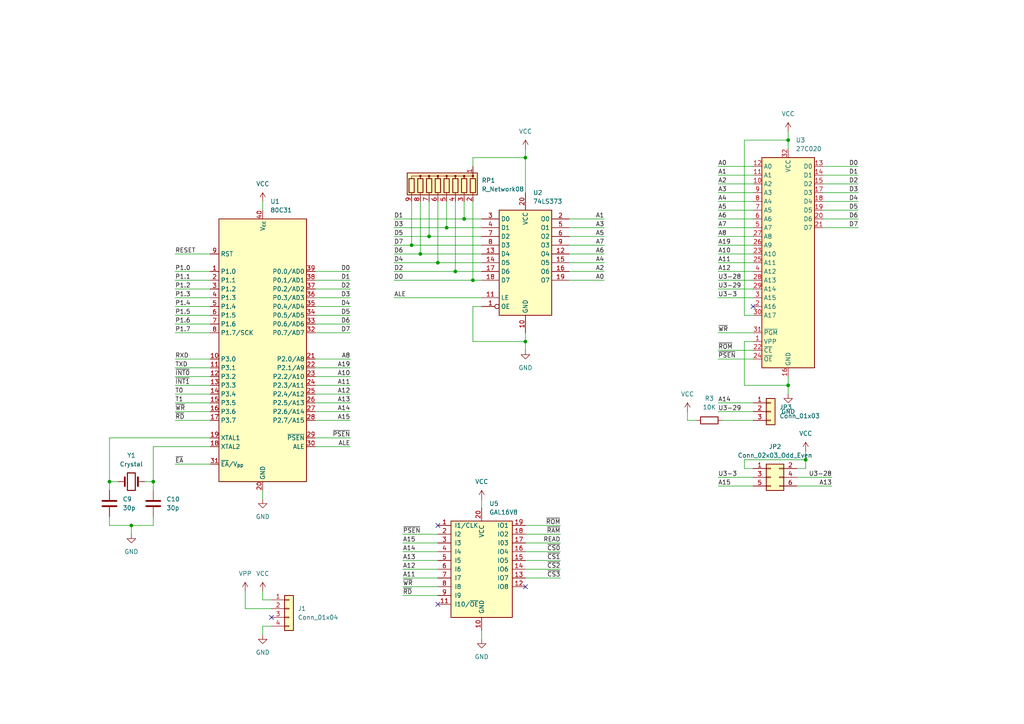
<source format=kicad_sch>
(kicad_sch (version 20231120) (generator "eeschema") (generator_version "8.0")
  (paper "A4")
  (junction (at 408.94 218.44))
  (junction (at 119.38 71.12))
  (junction (at 124.46 68.58))
  (junction (at 361.95 45.72))
  (junction (at 137.16 81.28))
  (junction (at 134.62 63.5))
  (junction (at 408.94 193.04))
  (junction (at -39.37 158.75))
  (junction (at 398.78 179.07))
  (junction (at 38.1 152.4))
  (junction (at 228.6 111.76))
  (junction (at 152.4 99.06))
  (junction (at 31.75 139.7))
  (junction (at 152.4 -31.75))
  (junction (at 101.6 -19.05))
  (junction (at 152.4 -19.05))
  (junction (at -39.37 147.32))
  (junction (at -57.15 119.38))
  (junction (at 233.68 133.35))
  (junction (at 121.92 73.66))
  (junction (at 114.3 -19.05))
  (junction (at 363.22 224.79))
  (junction (at 88.9 -31.75))
  (junction (at 44.45 139.7))
  (junction (at 361.95 116.84))
  (junction (at 132.08 78.74))
  (junction (at 127 76.2))
  (junction (at 139.7 -31.75))
  (junction (at 101.6 -31.75))
  (junction (at 88.9 -19.05))
  (junction (at 114.3 -31.75))
  (junction (at 152.4 45.72))
  (junction (at 129.54 66.04))
  (junction (at 406.4 218.44))
  (junction (at 363.22 158.75))
  (junction (at 228.6 40.64))
  (junction (at 127 -31.75))
  (junction (at 139.7 -19.05))
  (junction (at 398.78 168.91))
  (junction (at 127 -19.05))
  (no_connect (at 342.9 199.39))
  (no_connect (at 411.48 208.28))
  (no_connect (at 326.39 130.81))
  (no_connect (at 152.4 170.18))
  (no_connect (at 383.54 209.55))
  (no_connect (at 127 152.4))
  (no_connect (at 78.74 179.07))
  (no_connect (at 326.39 135.89))
  (no_connect (at 367.03 130.81))
  (no_connect (at 218.44 88.9))
  (no_connect (at 127 175.26))
  (no_connect (at 351.79 93.98))
  (no_connect (at 342.9 209.55))
  (no_connect (at 367.03 135.89))
  (no_connect (at 383.54 199.39))
  (wire (pts (xy 363.22 161.29) (xy 363.22 158.75)))
  (wire (pts (xy 208.28 119.38) (xy 218.44 119.38)))
  (wire (pts (xy 50.8 109.22) (xy 60.96 109.22)))
  (wire (pts (xy 218.44 73.66) (xy 208.28 73.66)))
  (wire (pts (xy 31.75 139.7) (xy 31.75 142.24)))
  (wire (pts (xy 91.44 129.54) (xy 101.6 129.54)))
  (wire (pts (xy 132.08 78.74) (xy 139.7 78.74)))
  (wire (pts (xy 361.95 114.3) (xy 361.95 116.84)))
  (wire (pts (xy -55.88 186.69) (xy -44.45 186.69)))
  (wire (pts (xy 165.1 78.74) (xy 175.26 78.74)))
  (wire (pts (xy 238.76 53.34) (xy 248.92 53.34)))
  (wire (pts (xy 114.3 78.74) (xy 132.08 78.74)))
  (wire (pts (xy 91.44 88.9) (xy 101.6 88.9)))
  (wire (pts (xy 218.44 50.8) (xy 208.28 50.8)))
  (wire (pts (xy 152.4 165.1) (xy 162.56 165.1)))
  (wire (pts (xy -64.77 66.04) (xy -54.61 66.04)))
  (wire (pts (xy 335.28 101.6) (xy 330.2 101.6)))
  (wire (pts (xy 351.79 66.04) (xy 341.63 66.04)))
  (wire (pts (xy 119.38 58.42) (xy 119.38 71.12)))
  (wire (pts (xy -52.07 158.75) (xy -39.37 158.75)))
  (wire (pts (xy 91.44 116.84) (xy 101.6 116.84)))
  (wire (pts (xy 238.76 63.5) (xy 248.92 63.5)))
  (wire (pts (xy 372.11 68.58) (xy 382.27 68.58)))
  (wire (pts (xy 363.22 156.21) (xy 363.22 158.75)))
  (wire (pts (xy 215.9 133.35) (xy 233.68 133.35)))
  (wire (pts (xy 411.48 190.5) (xy 408.94 190.5)))
  (wire (pts (xy 165.1 -19.05) (xy 152.4 -19.05)))
  (wire (pts (xy 313.69 130.81) (xy 303.53 130.81)))
  (wire (pts (xy -41.91 60.96) (xy -31.75 60.96)))
  (wire (pts (xy 208.28 86.36) (xy 218.44 86.36)))
  (wire (pts (xy 152.4 99.06) (xy 152.4 96.52)))
  (wire (pts (xy 330.2 104.14) (xy 351.79 104.14)))
  (wire (pts (xy 208.28 138.43) (xy 218.44 138.43)))
  (wire (pts (xy 139.7 -19.05) (xy 127 -19.05)))
  (wire (pts (xy 344.17 133.35) (xy 354.33 133.35)))
  (wire (pts (xy 218.44 140.97) (xy 208.28 140.97)))
  (wire (pts (xy 132.08 58.42) (xy 132.08 78.74)))
  (wire (pts (xy 372.11 58.42) (xy 382.27 58.42)))
  (wire (pts (xy 50.8 106.68) (xy 60.96 106.68)))
  (wire (pts (xy 139.7 182.88) (xy 139.7 185.42)))
  (wire (pts (xy 127 167.64) (xy 116.84 167.64)))
  (wire (pts (xy 215.9 91.44) (xy 215.9 40.64)))
  (wire (pts (xy 50.8 83.82) (xy 60.96 83.82)))
  (wire (pts (xy 341.63 86.36) (xy 351.79 86.36)))
  (wire (pts (xy 328.93 125.73) (xy 328.93 133.35)))
  (wire (pts (xy 38.1 152.4) (xy 44.45 152.4)))
  (wire (pts (xy -41.91 68.58) (xy -31.75 68.58)))
  (wire (pts (xy -39.37 147.32) (xy -39.37 148.59)))
  (wire (pts (xy 361.95 43.18) (xy 361.95 45.72)))
  (wire (pts (xy 398.78 168.91) (xy 398.78 170.18)))
  (wire (pts (xy 71.12 171.45) (xy 71.12 176.53)))
  (wire (pts (xy 50.8 104.14) (xy 60.96 104.14)))
  (wire (pts (xy 410.21 198.12) (xy 411.48 198.12)))
  (wire (pts (xy 341.63 106.68) (xy 351.79 106.68)))
  (wire (pts (xy 406.4 224.79) (xy 363.22 224.79)))
  (wire (pts (xy -64.77 86.36) (xy -54.61 86.36)))
  (wire (pts (xy 208.28 96.52) (xy 218.44 96.52)))
  (wire (pts (xy 91.44 106.68) (xy 101.6 106.68)))
  (wire (pts (xy 50.8 119.38) (xy 60.96 119.38)))
  (wire (pts (xy 408.94 210.82) (xy 411.48 210.82)))
  (wire (pts (xy 129.54 58.42) (xy 129.54 66.04)))
  (wire (pts (xy 332.74 106.68) (xy 330.2 106.68)))
  (wire (pts (xy 162.56 152.4) (xy 152.4 152.4)))
  (wire (pts (xy 114.3 -19.05) (xy 101.6 -19.05)))
  (wire (pts (xy 114.3 66.04) (xy 129.54 66.04)))
  (wire (pts (xy 406.4 218.44) (xy 408.94 218.44)))
  (wire (pts (xy 314.96 78.74) (xy 312.42 78.74)))
  (wire (pts (xy 363.22 224.79) (xy 363.22 222.25)))
  (wire (pts (xy 218.44 63.5) (xy 208.28 63.5)))
  (wire (pts (xy 76.2 181.61) (xy 78.74 181.61)))
  (wire (pts (xy 152.4 45.72) (xy 152.4 55.88)))
  (wire (pts (xy -64.77 68.58) (xy -54.61 68.58)))
  (wire (pts (xy 218.44 68.58) (xy 208.28 68.58)))
  (wire (pts (xy 50.8 88.9) (xy 60.96 88.9)))
  (wire (pts (xy 76.2 171.45) (xy 76.2 173.99)))
  (wire (pts (xy 139.7 -21.59) (xy 139.7 -19.05)))
  (wire (pts (xy 372.11 66.04) (xy 382.27 66.04)))
  (wire (pts (xy -54.61 111.76) (xy -64.77 111.76)))
  (wire (pts (xy 410.21 203.2) (xy 410.21 198.12)))
  (wire (pts (xy 351.79 81.28) (xy 341.63 81.28)))
  (wire (pts (xy 349.25 45.72) (xy 361.95 45.72)))
  (wire (pts (xy -41.91 109.22) (xy -31.75 109.22)))
  (wire (pts (xy 215.9 111.76) (xy 228.6 111.76)))
  (wire (pts (xy 162.56 157.48) (xy 152.4 157.48)))
  (wire (pts (xy 121.92 58.42) (xy 121.92 73.66)))
  (wire (pts (xy -54.61 106.68) (xy -64.77 106.68)))
  (wire (pts (xy 165.1 -31.75) (xy 165.1 -29.21)))
  (wire (pts (xy 349.25 96.52) (xy 349.25 45.72)))
  (wire (pts (xy 228.6 38.1) (xy 228.6 40.64)))
  (wire (pts (xy 31.75 139.7) (xy 34.29 139.7)))
  (wire (pts (xy 91.44 83.82) (xy 101.6 83.82)))
  (wire (pts (xy 238.76 66.04) (xy 248.92 66.04)))
  (wire (pts (xy -41.91 93.98) (xy -31.75 93.98)))
  (wire (pts (xy 50.8 134.62) (xy 60.96 134.62)))
  (wire (pts (xy 218.44 135.89) (xy 215.9 135.89)))
  (wire (pts (xy 303.53 133.35) (xy 313.69 133.35)))
  (wire (pts (xy 114.3 68.58) (xy 124.46 68.58)))
  (wire (pts (xy 351.79 71.12) (xy 341.63 71.12)))
  (wire (pts (xy -54.61 104.14) (xy -64.77 104.14)))
  (wire (pts (xy 419.1 218.44) (xy 419.1 215.9)))
  (wire (pts (xy 50.8 78.74) (xy 60.96 78.74)))
  (wire (pts (xy 231.14 140.97) (xy 241.3 140.97)))
  (wire (pts (xy 124.46 68.58) (xy 139.7 68.58)))
  (wire (pts (xy 341.63 91.44) (xy 351.79 91.44)))
  (wire (pts (xy 165.1 66.04) (xy 175.26 66.04)))
  (wire (pts (xy 341.63 109.22) (xy 351.79 109.22)))
  (wire (pts (xy 208.28 81.28) (xy 218.44 81.28)))
  (wire (pts (xy 332.74 99.06) (xy 332.74 106.68)))
  (wire (pts (xy 351.79 63.5) (xy 341.63 63.5)))
  (wire (pts (xy 137.16 88.9) (xy 137.16 99.06)))
  (wire (pts (xy 408.94 210.82) (xy 408.94 218.44)))
  (wire (pts (xy 165.1 -21.59) (xy 165.1 -19.05)))
  (wire (pts (xy 361.95 116.84) (xy 335.28 116.84)))
  (wire (pts (xy -52.07 147.32) (xy -52.07 148.59)))
  (wire (pts (xy 233.68 133.35) (xy 233.68 135.89)))
  (wire (pts (xy 218.44 78.74) (xy 208.28 78.74)))
  (wire (pts (xy -41.91 114.3) (xy -31.75 114.3)))
  (wire (pts (xy 101.6 -21.59) (xy 101.6 -19.05)))
  (wire (pts (xy 238.76 50.8) (xy 248.92 50.8)))
  (wire (pts (xy 137.16 48.26) (xy 137.16 45.72)))
  (wire (pts (xy 408.94 193.04) (xy 408.94 205.74)))
  (wire (pts (xy 44.45 152.4) (xy 44.45 149.86)))
  (wire (pts (xy 114.3 81.28) (xy 137.16 81.28)))
  (wire (pts (xy -41.91 119.38) (xy -31.75 119.38)))
  (wire (pts (xy -57.15 119.38) (xy -54.61 119.38)))
  (wire (pts (xy 38.1 154.94) (xy 38.1 152.4)))
  (wire (pts (xy 215.9 40.64) (xy 228.6 40.64)))
  (wire (pts (xy 50.8 91.44) (xy 60.96 91.44)))
  (wire (pts (xy 218.44 116.84) (xy 208.28 116.84)))
  (wire (pts (xy 408.94 190.5) (xy 408.94 193.04)))
  (wire (pts (xy 121.92 73.66) (xy 139.7 73.66)))
  (wire (pts (xy -57.15 121.92) (xy -57.15 119.38)))
  (wire (pts (xy 233.68 130.81) (xy 233.68 133.35)))
  (wire (pts (xy 215.9 99.06) (xy 215.9 111.76)))
  (wire (pts (xy 44.45 139.7) (xy 44.45 142.24)))
  (wire (pts (xy -41.91 106.68) (xy -31.75 106.68)))
  (wire (pts (xy 351.79 73.66) (xy 341.63 73.66)))
  (wire (pts (xy -41.91 66.04) (xy -31.75 66.04)))
  (wire (pts (xy -41.91 88.9) (xy -31.75 88.9)))
  (wire (pts (xy 351.79 58.42) (xy 341.63 58.42)))
  (wire (pts (xy 38.1 152.4) (xy 31.75 152.4)))
  (wire (pts (xy 372.11 55.88) (xy 382.27 55.88)))
  (wire (pts (xy 139.7 -31.75) (xy 152.4 -31.75)))
  (wire (pts (xy 91.44 121.92) (xy 101.6 121.92)))
  (wire (pts (xy 313.69 135.89) (xy 303.53 135.89)))
  (wire (pts (xy 101.6 -31.75) (xy 114.3 -31.75)))
  (wire (pts (xy 340.36 134.62) (xy 340.36 135.89)))
  (wire (pts (xy 332.74 194.31) (xy 342.9 194.31)))
  (wire (pts (xy 340.36 135.89) (xy 354.33 135.89)))
  (wire (pts (xy 134.62 58.42) (xy 134.62 63.5)))
  (wire (pts (xy 340.36 125.73) (xy 340.36 127)))
  (wire (pts (xy -67.31 114.3) (xy -54.61 114.3)))
  (wire (pts (xy -41.91 71.12) (xy -31.75 71.12)))
  (wire (pts (xy 372.11 53.34) (xy 382.27 53.34)))
  (wire (pts (xy -64.77 93.98) (xy -54.61 93.98)))
  (wire (pts (xy 218.44 66.04) (xy 208.28 66.04)))
  (wire (pts (xy 60.96 129.54) (xy 44.45 129.54)))
  (wire (pts (xy -64.77 81.28) (xy -54.61 81.28)))
  (wire (pts (xy 238.76 55.88) (xy 248.92 55.88)))
  (wire (pts (xy 337.82 168.91) (xy 342.9 168.91)))
  (wire (pts (xy -64.77 63.5) (xy -54.61 63.5)))
  (wire (pts (xy 114.3 -31.75) (xy 127 -31.75)))
  (wire (pts (xy 91.44 127) (xy 101.6 127)))
  (wire (pts (xy 322.58 76.2) (xy 312.42 76.2)))
  (wire (pts (xy -64.77 96.52) (xy -54.61 96.52)))
  (wire (pts (xy 152.4 160.02) (xy 162.56 160.02)))
  (wire (pts (xy 361.95 45.72) (xy 361.95 48.26)))
  (wire (pts (xy 165.1 73.66) (xy 175.26 73.66)))
  (wire (pts (xy -34.29 58.42) (xy -41.91 58.42)))
  (wire (pts (xy 31.75 152.4) (xy 31.75 149.86)))
  (wire (pts (xy 76.2 173.99) (xy 78.74 173.99)))
  (wire (pts (xy 50.8 114.3) (xy 60.96 114.3)))
  (wire (pts (xy 241.3 138.43) (xy 231.14 138.43)))
  (wire (pts (xy 50.8 111.76) (xy 60.96 111.76)))
  (wire (pts (xy -41.91 63.5) (xy -31.75 63.5)))
  (wire (pts (xy -64.77 88.9) (xy -54.61 88.9)))
  (wire (pts (xy 114.3 71.12) (xy 119.38 71.12)))
  (wire (pts (xy -29.21 158.75) (xy -39.37 158.75)))
  (wire (pts (xy 91.44 109.22) (xy 101.6 109.22)))
  (wire (pts (xy 50.8 73.66) (xy 60.96 73.66)))
  (wire (pts (xy 218.44 71.12) (xy 208.28 71.12)))
  (wire (pts (xy 406.4 179.07) (xy 406.4 218.44)))
  (wire (pts (xy -64.77 71.12) (xy -54.61 71.12)))
  (wire (pts (xy 209.55 121.92) (xy 218.44 121.92)))
  (wire (pts (xy 31.75 127) (xy 31.75 139.7)))
  (wire (pts (xy 351.79 76.2) (xy 341.63 76.2)))
  (wire (pts (xy 393.7 168.91) (xy 398.78 168.91)))
  (wire (pts (xy 139.7 -31.75) (xy 139.7 -29.21)))
  (wire (pts (xy 162.56 154.94) (xy 152.4 154.94)))
  (wire (pts (xy 215.9 135.89) (xy 215.9 133.35)))
  (wire (pts (xy 127 -31.75) (xy 139.7 -31.75)))
  (wire (pts (xy 44.45 139.7) (xy 41.91 139.7)))
  (wire (pts (xy 218.44 91.44) (xy 215.9 91.44)))
  (wire (pts (xy 165.1 76.2) (xy 175.26 76.2)))
  (wire (pts (xy 127 162.56) (xy 116.84 162.56)))
  (wire (pts (xy 60.96 127) (xy 31.75 127)))
  (wire (pts (xy 218.44 48.26) (xy 208.28 48.26)))
  (wire (pts (xy 50.8 86.36) (xy 60.96 86.36)))
  (wire (pts (xy 50.8 116.84) (xy 60.96 116.84)))
  (wire (pts (xy 139.7 88.9) (xy 137.16 88.9)))
  (wire (pts (xy 238.76 48.26) (xy 248.92 48.26)))
  (wire (pts (xy 351.79 53.34) (xy 341.63 53.34)))
  (wire (pts (xy 218.44 76.2) (xy 208.28 76.2)))
  (wire (pts (xy 388.62 168.91) (xy 383.54 168.91)))
  (wire (pts (xy 114.3 -31.75) (xy 114.3 -29.21)))
  (wire (pts (xy 114.3 73.66) (xy 121.92 73.66)))
  (wire (pts (xy 91.44 78.74) (xy 101.6 78.74)))
  (wire (pts (xy -41.91 78.74) (xy -31.75 78.74)))
  (wire (pts (xy 137.16 81.28) (xy 139.7 81.28)))
  (wire (pts (xy -41.91 81.28) (xy -31.75 81.28)))
  (wire (pts (xy -62.23 55.88) (xy -62.23 58.42)))
  (wire (pts (xy 114.3 63.5) (xy 134.62 63.5)))
  (wire (pts (xy 411.48 200.66) (xy 393.7 200.66)))
  (wire (pts (xy 76.2 142.24) (xy 76.2 144.78)))
  (wire (pts (xy 165.1 81.28) (xy 175.26 81.28)))
  (wire (pts (xy -64.77 91.44) (xy -54.61 91.44)))
  (wire (pts (xy 91.44 96.52) (xy 101.6 96.52)))
  (wire (pts (xy -39.37 146.05) (xy -39.37 147.32)))
  (wire (pts (xy 208.28 101.6) (xy 218.44 101.6)))
  (wire (pts (xy 76.2 184.15) (xy 76.2 181.61)))
  (wire (pts (xy 165.1 63.5) (xy 175.26 63.5)))
  (wire (pts (xy 152.4 -21.59) (xy 152.4 -19.05)))
  (wire (pts (xy 201.93 121.92) (xy 199.39 121.92)))
  (wire (pts (xy 88.9 -31.75) (xy 88.9 -29.21)))
  (wire (pts (xy 393.7 204.47) (xy 383.54 204.47)))
  (wire (pts (xy 332.74 204.47) (xy 342.9 204.47)))
  (wire (pts (xy 127 165.1) (xy 116.84 165.1)))
  (wire (pts (xy 363.22 224.79) (xy 363.22 227.33)))
  (wire (pts (xy 408.94 218.44) (xy 419.1 218.44)))
  (wire (pts (xy 152.4 43.18) (xy 152.4 45.72)))
  (wire (pts (xy -57.15 119.38) (xy -57.15 116.84)))
  (wire (pts (xy -41.91 101.6) (xy -31.75 101.6)))
  (wire (pts (xy 398.78 158.75) (xy 398.78 160.02)))
  (wire (pts (xy 114.3 76.2) (xy 127 76.2)))
  (wire (pts (xy 152.4 99.06) (xy 152.4 101.6)))
  (wire (pts (xy 152.4 -19.05) (xy 139.7 -19.05)))
  (wire (pts (xy 372.11 60.96) (xy 382.27 60.96)))
  (wire (pts (xy -64.77 73.66) (xy -54.61 73.66)))
  (wire (pts (xy 341.63 88.9) (xy 351.79 88.9)))
  (wire (pts (xy -41.91 86.36) (xy -31.75 86.36)))
  (wire (pts (xy 91.44 104.14) (xy 101.6 104.14)))
  (wire (pts (xy 393.7 195.58) (xy 393.7 194.31)))
  (wire (pts (xy 398.78 187.96) (xy 398.78 189.23)))
  (wire (pts (xy 127 160.02) (xy 116.84 160.02)))
  (wire (pts (xy 119.38 71.12) (xy 139.7 71.12)))
  (wire (pts (xy -64.77 60.96) (xy -54.61 60.96)))
  (wire (pts (xy -39.37 147.32) (xy -52.07 147.32)))
  (wire (pts (xy -41.91 91.44) (xy -31.75 91.44)))
  (wire (pts (xy 129.54 66.04) (xy 139.7 66.04)))
  (wire (pts (xy 351.79 78.74) (xy 341.63 78.74)))
  (wire (pts (xy 101.6 -31.75) (xy 101.6 -29.21)))
  (wire (pts (xy 50.8 121.92) (xy 60.96 121.92)))
  (wire (pts (xy -41.91 99.06) (xy -31.75 99.06)))
  (wire (pts (xy 88.9 -19.05) (xy 88.9 -21.59)))
  (wire (pts (xy 351.79 55.88) (xy 341.63 55.88)))
  (wire (pts (xy -41.91 96.52) (xy -31.75 96.52)))
  (wire (pts (xy 363.22 158.75) (xy 398.78 158.75)))
  (wire (pts (xy 218.44 53.34) (xy 208.28 53.34)))
  (wire (pts (xy -41.91 116.84) (xy -31.75 116.84)))
  (wire (pts (xy 398.78 189.23) (xy 383.54 189.23)))
  (wire (pts (xy 351.79 96.52) (xy 349.25 96.52)))
  (wire (pts (xy -39.37 156.21) (xy -39.37 158.75)))
  (wire (pts (xy 116.84 154.94) (xy 127 154.94)))
  (wire (pts (xy -64.77 99.06) (xy -54.61 99.06)))
  (wire (pts (xy 393.7 181.61) (xy 383.54 181.61)))
  (wire (pts (xy -54.61 109.22) (xy -64.77 109.22)))
  (wire (pts (xy 114.3 86.36) (xy 139.7 86.36)))
  (wire (pts (xy -57.15 116.84) (xy -54.61 116.84)))
  (wire (pts (xy -67.31 55.88) (xy -67.31 114.3)))
  (wire (pts (xy 351.79 60.96) (xy 341.63 60.96)))
  (wire (pts (xy 139.7 144.78) (xy 139.7 147.32)))
  (wire (pts (xy 398.78 167.64) (xy 398.78 168.91)))
  (wire (pts (xy 312.42 73.66) (xy 322.58 73.66)))
  (wire (pts (xy 218.44 58.42) (xy 208.28 58.42)))
  (wire (pts (xy 233.68 135.89) (xy 231.14 135.89)))
  (wire (pts (xy 127 -31.75) (xy 127 -29.21)))
  (wire (pts (xy 101.6 -19.05) (xy 88.9 -19.05)))
  (wire (pts (xy 406.4 218.44) (xy 406.4 224.79)))
  (wire (pts (xy 137.16 99.06) (xy 152.4 99.06)))
  (wire (pts (xy 351.79 83.82) (xy 341.63 83.82)))
  (wire (pts (xy 238.76 60.96) (xy 248.92 60.96)))
  (wire (pts (xy 91.44 81.28) (xy 101.6 81.28)))
  (wire (pts (xy 114.3 -21.59) (xy 114.3 -19.05)))
  (wire (pts (xy 91.44 111.76) (xy 101.6 111.76)))
  (wire (pts (xy 393.7 194.31) (xy 383.54 194.31)))
  (wire (pts (xy 337.82 176.53) (xy 342.9 176.53)))
  (wire (pts (xy 91.44 91.44) (xy 101.6 91.44)))
  (wire (pts (xy 372.11 71.12) (xy 382.27 71.12)))
  (wire (pts (xy 199.39 121.92) (xy 199.39 119.38)))
  (wire (pts (xy 372.11 63.5) (xy 382.27 63.5)))
  (wire (pts (xy 127 76.2) (xy 139.7 76.2)))
  (wire (pts (xy 208.28 104.14) (xy 218.44 104.14)))
  (wire (pts (xy 137.16 45.72) (xy 152.4 45.72)))
  (wire (pts (xy 351.79 68.58) (xy 341.63 68.58)))
  (wire (pts (xy 165.1 68.58) (xy 175.26 68.58)))
  (wire (pts (xy 228.6 40.64) (xy 228.6 43.18)))
  (wire (pts (xy 393.7 200.66) (xy 393.7 204.47)))
  (wire (pts (xy 228.6 111.76) (xy 228.6 114.3)))
  (wire (pts (xy -39.37 168.91) (xy -39.37 171.45)))
  (wire (pts (xy 127 -19.05) (xy 114.3 -19.05)))
  (wire (pts (xy 314.96 71.12) (xy 314.96 78.74)))
  (wire (pts (xy 88.9 -19.05) (xy 88.9 -16.51)))
  (wire (pts (xy 91.44 93.98) (xy 101.6 93.98)))
  (wire (pts (xy -34.29 55.88) (xy -34.29 58.42)))
  (wire (pts (xy 116.84 170.18) (xy 127 170.18)))
  (wire (pts (xy -41.91 111.76) (xy -31.75 111.76)))
  (wire (pts (xy 116.84 172.72) (xy 127 172.72)))
  (wire (pts (xy 127 157.48) (xy 116.84 157.48)))
  (wire (pts (xy 354.33 130.81) (xy 344.17 130.81)))
  (wire (pts (xy -64.77 101.6) (xy -54.61 101.6)))
  (wire (pts (xy -41.91 104.14) (xy -31.75 104.14)))
  (wire (pts (xy 124.46 58.42) (xy 124.46 68.58)))
  (wire (pts (xy 411.48 195.58) (xy 393.7 195.58)))
  (wire (pts (xy -45.72 181.61) (xy -44.45 181.61)))
  (wire (pts (xy 228.6 111.76) (xy 228.6 109.22)))
  (wire (pts (xy 398.78 177.8) (xy 398.78 179.07)))
  (wire (pts (xy -55.88 189.23) (xy -55.88 186.69)))
  (wire (pts (xy 398.78 179.07) (xy 406.4 179.07)))
  (wire (pts (xy 218.44 60.96) (xy 208.28 60.96)))
  (wire (pts (xy 152.4 -31.75) (xy 152.4 -29.21)))
  (wire (pts (xy 76.2 58.42) (xy 76.2 60.96)))
  (wire (pts (xy 377.19 133.35) (xy 367.03 133.35)))
  (wire (pts (xy 71.12 176.53) (xy 78.74 176.53)))
  (wire (pts (xy -54.61 184.15) (xy -44.45 184.15)))
  (wire (pts (xy 411.48 205.74) (xy 408.94 205.74)))
  (wire (pts (xy -39.37 158.75) (xy -39.37 161.29)))
  (wire (pts (xy 411.48 203.2) (xy 410.21 203.2)))
  (wire (pts (xy 127 -21.59) (xy 127 -19.05)))
  (wire (pts (xy 44.45 129.54) (xy 44.45 139.7)))
  (wire (pts (xy 388.62 176.53) (xy 383.54 176.53)))
  (wire (pts (xy -64.77 76.2) (xy -54.61 76.2)))
  (wire (pts (xy -64.77 83.82) (xy -54.61 83.82)))
  (wire (pts (xy 137.16 58.42) (xy 137.16 81.28)))
  (wire (pts (xy 134.62 63.5) (xy 139.7 63.5)))
  (wire (pts (xy 91.44 119.38) (xy 101.6 119.38)))
  (wire (pts (xy 218.44 99.06) (xy 215.9 99.06)))
  (wire (pts (xy 341.63 101.6) (xy 351.79 101.6)))
  (wire (pts (xy -41.91 83.82) (xy -31.75 83.82)))
  (wire (pts (xy 398.78 179.07) (xy 398.78 180.34)))
  (wire (pts (xy 127 58.42) (xy 127 76.2)))
  (wire (pts (xy -41.91 73.66) (xy -31.75 73.66)))
  (wire (pts (xy 408.94 193.04) (xy 411.48 193.04)))
  (wire (pts (xy 208.28 83.82) (xy 218.44 83.82)))
  (wire (pts (xy 88.9 -31.75) (xy 101.6 -31.75)))
  (wire (pts (xy 91.44 114.3) (xy 101.6 114.3)))
  (wire (pts (xy 361.95 116.84) (xy 361.95 119.38)))
  (wire (pts (xy 91.44 86.36) (xy 101.6 86.36)))
  (wire (pts (xy -53.34 181.61) (xy -55.88 181.61)))
  (wire (pts (xy 218.44 55.88) (xy 208.28 55.88)))
  (wire (pts (xy 50.8 93.98) (xy 60.96 93.98)))
  (wire (pts (xy 152.4 167.64) (xy 162.56 167.64)))
  (wire (pts (xy 152.4 162.56) (xy 162.56 162.56)))
  (wire (pts (xy 88.9 -34.29) (xy 88.9 -31.75)))
  (wire (pts (xy 50.8 81.28) (xy 60.96 81.28)))
  (wire (pts (xy -62.23 58.42) (xy -54.61 58.42)))
  (wire (pts (xy 152.4 -31.75) (xy 165.1 -31.75)))
  (wire (pts (xy -64.77 78.74) (xy -54.61 78.74)))
  (wire (pts (xy 393.7 168.91) (xy 393.7 181.61)))
  (wire (pts (xy 50.8 96.52) (xy 60.96 96.52)))
  (wire (pts (xy 165.1 71.12) (xy 175.26 71.12)))
  (wire (pts (xy 238.76 58.42) (xy 248.92 58.42)))
  (wire (pts (xy -55.88 181.61) (xy -55.88 179.07)))
  (wire (pts (xy -41.91 76.2) (xy -31.75 76.2)))
  (wire (pts (xy 326.39 133.35) (xy 328.93 133.35)))
  (wire (pts (xy 335.28 116.84) (xy 335.28 101.6)))
  (label "A15" (at -31.75 101.6 180))
  (label "A0" (at 208.28 48.26 0))
  (label "U4-29" (at 341.63 88.9 0))
  (label "A8" (at 341.63 73.66 0))
  (label "U3-3" (at 208.28 86.36 0))
  (label "~{WR}" (at 116.84 170.18 0))
  (label "~{ROM}" (at 208.28 101.6 0))
  (label "D7" (at 101.6 96.52 180))
  (label "A11" (at 101.6 111.76 180))
  (label "~{PSEN}" (at 208.28 104.14 0))
  (label "A4" (at 341.63 63.5 0))
  (label "A4" (at 208.28 58.42 0))
  (label "~{INT0}" (at -64.77 88.9 0))
  (label "A13" (at 101.6 116.84 180))
  (label "A2" (at 175.26 78.74 180))
  (label "D1" (at 382.27 55.88 180))
  (label "P1.6" (at 50.8 93.98 0))
  (label "A6" (at 175.26 73.66 180))
  (label "TXD" (at 332.74 194.31 0))
  (label "D4" (at 101.6 88.9 180))
  (label "~{WR}" (at 377.19 133.35 180))
  (label "D3" (at 101.6 86.36 180))
  (label "D4" (at -31.75 91.44 180))
  (label "A11" (at 116.84 167.64 0))
  (label "P1.7" (at -64.77 78.74 0))
  (label "~{PSEN}" (at 101.6 127 180))
  (label "A13" (at 241.3 140.97 180))
  (label "D5" (at 101.6 91.44 180))
  (label "A3" (at -31.75 68.58 180))
  (label "A13" (at 116.84 162.56 0))
  (label "D4" (at 114.3 76.2 0))
  (label "A1" (at 341.63 55.88 0))
  (label "A14" (at 116.84 160.02 0))
  (label "D2" (at -31.75 86.36 180))
  (label "A12" (at -31.75 109.22 180))
  (label "ALE" (at 114.3 86.36 0))
  (label "A11" (at 208.28 76.2 0))
  (label "A13" (at -31.75 106.68 180))
  (label "D6" (at 248.92 63.5 180))
  (label "~{INT1}" (at -64.77 91.44 0))
  (label "A8" (at -31.75 119.38 180))
  (label "P1.2" (at -64.77 66.04 0))
  (label "~{WR}" (at 208.28 96.52 0))
  (label "D6" (at 101.6 93.98 180))
  (label "D4" (at 248.92 58.42 180))
  (label "A4" (at 175.26 76.2 180))
  (label "D6" (at 382.27 68.58 180))
  (label "U4-29" (at 344.17 133.35 0))
  (label "~{CS1}" (at 162.56 162.56 180))
  (label "A15" (at 116.84 157.48 0))
  (label "A19" (at -31.75 116.84 180))
  (label "~{ROM}" (at 162.56 152.4 180))
  (label "A8" (at 208.28 68.58 0))
  (label "A5" (at 175.26 68.58 180))
  (label "D5" (at 248.92 60.96 180))
  (label "U3-3" (at 208.28 138.43 0))
  (label "A14" (at -31.75 104.14 180))
  (label "A7" (at 175.26 71.12 180))
  (label "~{CS2}" (at 162.56 165.1 180))
  (label "P1.0" (at -64.77 60.96 0))
  (label "A5" (at 208.28 60.96 0))
  (label "D1" (at 248.92 50.8 180))
  (label "~{CS0}" (at 162.56 160.02 180))
  (label "A15" (at 208.28 140.97 0))
  (label "P1.4" (at -64.77 71.12 0))
  (label "READ" (at 162.56 157.48 180))
  (label "P1.4" (at 50.8 88.9 0))
  (label "P1.1" (at 50.8 81.28 0))
  (label "A15" (at 303.53 135.89 0))
  (label "D6" (at 114.3 73.66 0))
  (label "U3-28" (at 241.3 138.43 180))
  (label "A0" (at 175.26 81.28 180))
  (label "A6" (at -31.75 76.2 180))
  (label "~{INT1}" (at 50.8 111.76 0))
  (label "~{CS2}" (at -64.77 109.22 0))
  (label "D5" (at -31.75 93.98 180))
  (label "A0" (at -31.75 60.96 180))
  (label "~{PSEN}" (at 116.84 154.94 0))
  (label "D4" (at 382.27 63.5 180))
  (label "P1.3" (at -64.77 68.58 0))
  (label "D5" (at 114.3 68.58 0))
  (label "D7" (at 382.27 71.12 180))
  (label "A14" (at 344.17 130.81 0))
  (label "P1.5" (at -64.77 73.66 0))
  (label "A1" (at -31.75 63.5 180))
  (label "A5" (at -31.75 73.66 180))
  (label "T0" (at -64.77 93.98 0))
  (label "A12" (at 101.6 114.3 180))
  (label "P1.3" (at 50.8 86.36 0))
  (label "P1.7" (at 50.8 96.52 0))
  (label "A11" (at -31.75 111.76 180))
  (label "READ" (at 341.63 109.22 0))
  (label "D2" (at 101.6 83.82 180))
  (label "D0" (at 382.27 53.34 180))
  (label "A10" (at 208.28 73.66 0))
  (label "A0" (at 341.63 53.34 0))
  (label "T0" (at 50.8 114.3 0))
  (label "A5" (at 341.63 66.04 0))
  (label "A12" (at 116.84 165.1 0))
  (label "A1" (at 175.26 63.5 180))
  (label "A14" (at 101.6 119.38 180))
  (label "D1" (at 114.3 63.5 0))
  (label "A14" (at 208.28 116.84 0))
  (label "D0" (at 248.92 48.26 180))
  (label "A10" (at 101.6 109.22 180))
  (label "~{RD}" (at 116.84 172.72 0))
  (label "~{INT0}" (at 50.8 109.22 0))
  (label "A2" (at 208.28 53.34 0))
  (label "U4-28" (at 322.58 76.2 180))
  (label "U3-29" (at 208.28 83.82 0))
  (label "D2" (at 248.92 53.34 180))
  (label "~{RAM}" (at 341.63 106.68 0))
  (label "RESET" (at 50.8 73.66 0))
  (label "TXD" (at 50.8 106.68 0))
  (label "A4" (at -31.75 71.12 180))
  (label "TXD" (at -64.77 86.36 0))
  (label "A1" (at 208.28 50.8 0))
  (label "A15" (at 101.6 121.92 180))
  (label "A3" (at 175.26 66.04 180))
  (label "A10" (at -31.75 114.3 180))
  (label "P1.2" (at 50.8 83.82 0))
  (label "D3" (at -31.75 88.9 180))
  (label "D0" (at -31.75 81.28 180))
  (label "A8" (at 101.6 104.14 180))
  (label "A7" (at -31.75 78.74 180))
  (label "A7" (at 208.28 66.04 0))
  (label "RXD" (at 332.74 204.47 0))
  (label "P1.0" (at 50.8 78.74 0))
  (label "D1" (at -31.75 83.82 180))
  (label "D0" (at 114.3 81.28 0))
  (label "A14" (at 303.53 130.81 0))
  (label "~{CS3}" (at 162.56 167.64 180))
  (label "A3" (at 341.63 60.96 0))
  (label "D7" (at 248.92 66.04 180))
  (label "P1.5" (at 50.8 91.44 0))
  (label "D7" (at -31.75 99.06 180))
  (label "D7" (at 114.3 71.12 0))
  (label "A19" (at 341.63 76.2 0))
  (label "D3" (at 382.27 60.96 180))
  (label "T1" (at -64.77 96.52 0))
  (label "P1.6" (at -64.77 76.2 0))
  (label "D2" (at 382.27 58.42 180))
  (label "A2" (at 341.63 58.42 0))
  (label "D6" (at -31.75 96.52 180))
  (label "~{EA}" (at -54.61 184.15 0))
  (label "A12" (at 208.28 78.74 0))
  (label "~{RD}" (at -64.77 101.6 0))
  (label "~{EA}" (at 50.8 134.62 0))
  (label "D0" (at 101.6 78.74 180))
  (label "U4-3" (at 303.53 133.35 0))
  (label "~{CS1}" (at -64.77 106.68 0))
  (label "ALE" (at 101.6 129.54 180))
  (label "D2" (at 114.3 78.74 0))
  (label "D1" (at 101.6 81.28 180))
  (label "~{WR}" (at 341.63 101.6 0))
  (label "U4-28" (at 341.63 86.36 0))
  (label "RESET" (at -29.21 158.75 180))
  (label "RXD" (at -64.77 83.82 0))
  (label "~{WR}" (at 50.8 119.38 0))
  (label "A19" (at 208.28 71.12 0))
  (label "D5" (at 382.27 66.04 180))
  (label "A11" (at 341.63 81.28 0))
  (label "T1" (at 50.8 116.84 0))
  (label "P1.1" (at -64.77 63.5 0))
  (label "~{CS0}" (at -64.77 104.14 0))
  (label "A2" (at -31.75 66.04 180))
  (label "~{CS3}" (at -64.77 111.76 0))
  (label "A12" (at 341.63 83.82 0))
  (label "U4-3" (at 341.63 91.44 0))
  (label "U3-29" (at 208.28 119.38 0))
  (label "A19" (at 101.6 106.68 180))
  (label "A13" (at 322.58 73.66 180))
  (label "A10" (at 341.63 78.74 0))
  (label "D3" (at 114.3 66.04 0))
  (label "A7" (at 341.63 71.12 0))
  (label "A3" (at 208.28 55.88 0))
  (label "A6" (at 208.28 63.5 0))
  (label "RESET" (at -64.77 81.28 0))
  (label "RXD" (at 50.8 104.14 0))
  (label "~{RD}" (at 50.8 121.92 0))
  (label "~{WR}" (at -64.77 99.06 0))
  (label "A6" (at 341.63 68.58 0))
  (label "D3" (at 248.92 55.88 180))
  (label "U3-28" (at 208.28 81.28 0))
  (label "~{RAM}" (at 162.56 154.94 180))
  (symbol (lib_id "power:VPP") (at 71.12 171.45 0) (unit 1)
    (property "Reference" "#PWR012" (effects (hide yes)))
    (property "Value" "VPP" (at 71.12 166.37 0))
    (property "Description" "Power symbol creates a global label with name \"VPP\"" (effects (hide yes)))
  )
  (symbol (lib_id "Device:R") (at -49.53 181.61 90) (unit 1)
    (property "Reference" "R2" (at -49.53 175.26 90))
    (property "Value" "10K" (at -49.53 177.8 90))
    (property "Description" "Resistor" (effects (hide yes)))
  )
  (symbol (lib_id "power:GND") (at -39.37 171.45 0) (unit 1)
    (property "Reference" "#PWR010" (effects (hide yes)))
    (property "Value" "GND" (at -39.37 176.53 0))
    (property "Description" "Power symbol creates a global label with name \"GND\" , ground" (effects (hide yes)))
  )
  (symbol (lib_id "power:GND") (at 361.95 119.38 0) (unit 1)
    (property "Reference" "#PWR031" (effects (hide yes)))
    (property "Value" "GND" (at 361.95 124.46 0))
    (property "Description" "Power symbol creates a global label with name \"GND\" , ground" (effects (hide yes)))
  )
  (symbol (lib_id "power:VCC") (at 363.22 156.21 0) (unit 1)
    (property "Reference" "#PWR028" (effects (hide yes)))
    (property "Value" "VCC" (at 363.22 151.13 0))
    (property "Description" "Power symbol creates a global label with name \"VCC\"" (effects (hide yes)))
  )
  (symbol (lib_id "Connector_Generic:Conn_01x03") (at 325.12 104.14 0) (mirror y) (unit 1)
    (property "Reference" "JP7" (at 325.12 95.25 0))
    (property "Value" "Conn_01x03" (at 325.12 97.79 0))
    (property "Description" "Generic connector, single row, 01x03, script generated (kicad-library-utils/schlib/autogen/connector/)" (effects (hide yes)))
  )
  (symbol (lib_id "power:GND") (at 76.2 184.15 0) (unit 1)
    (property "Reference" "#PWR013" (effects (hide yes)))
    (property "Value" "GND" (at 76.2 189.23 0))
    (property "Description" "Power symbol creates a global label with name \"GND\" , ground" (effects (hide yes)))
  )
  (symbol (lib_id "power:GND") (at 139.7 185.42 0) (unit 1)
    (property "Reference" "#PWR024" (effects (hide yes)))
    (property "Value" "GND" (at 139.7 190.5 0))
    (property "Description" "Power symbol creates a global label with name \"GND\" , ground" (effects (hide yes)))
  )
  (symbol (lib_id "Device:C") (at 101.6 -25.4 0) (unit 1)
    (property "Reference" "C3" (at 105.41 -26.6701 0) (effects (justify left)))
    (property "Value" "100n" (at 105.41 -24.1301 0) (effects (justify left)))
    (property "Description" "Unpolarized capacitor" (effects (hide yes)))
  )
  (symbol (lib_id "power:GND") (at -55.88 189.23 0) (unit 1)
    (property "Reference" "#PWR02" (effects (hide yes)))
    (property "Value" "GND" (at -55.88 194.31 0))
    (property "Description" "Power symbol creates a global label with name \"GND\" , ground" (effects (hide yes)))
  )
  (symbol (lib_id "Connector_Generic:Conn_01x04") (at 83.82 176.53 0) (unit 1)
    (property "Reference" "J1" (at 86.36 176.5299 0) (effects (justify left)))
    (property "Value" "Conn_01x04" (at 86.36 179.0699 0) (effects (justify left)))
    (property "Description" "Generic connector, single row, 01x04, script generated (kicad-library-utils/schlib/autogen/connector/)" (effects (hide yes)))
  )
  (symbol (lib_id "Connector_Generic:Conn_02x03_Odd_Even") (at 359.41 133.35 0) (unit 1)
    (property "Reference" "JP6" (at 360.68 124.46 0))
    (property "Value" "Conn_02x03_Odd_Even" (at 360.68 127 0))
    (property "Description" "Generic connector, double row, 02x03, odd/even pin numbering scheme (row 1 odd numbers, row 2 even numbers), script generated (kicad-library-utils/schlib/autogen/connector/)" (effects (hide yes)))
  )
  (symbol (lib_id "Connector_Generic:Conn_02x03_Odd_Even") (at 223.52 138.43 0) (unit 1)
    (property "Reference" "JP2" (at 224.79 129.54 0))
    (property "Value" "Conn_02x03_Odd_Even" (at 224.79 132.08 0))
    (property "Description" "Generic connector, double row, 02x03, odd/even pin numbering scheme (row 1 odd numbers, row 2 even numbers), script generated (kicad-library-utils/schlib/autogen/connector/)" (effects (hide yes)))
  )
  (symbol (lib_id "Device:R_Network08") (at 127 53.34 0) (mirror y) (unit 1)
    (property "Reference" "RP1" (at 139.7 52.3239 0) (effects (justify right)))
    (property "Value" "R_Network08" (at 139.7 54.8639 0) (effects (justify right)))
    (property "Footprint" "Resistor_THT:R_Array_SIP9" (effects (hide yes)))
    (property "Datasheet" "http://www.vishay.com/docs/31509/csc.pdf" (effects (hide yes)))
    (property "Description" "8 resistor network, star topology, bussed resistors, small symbol" (effects (hide yes)))
  )
  (symbol (lib_id "power:VCC") (at 76.2 171.45 0) (unit 1)
    (property "Reference" "#PWR011" (effects (hide yes)))
    (property "Value" "VCC" (at 76.2 166.37 0))
    (property "Description" "Power symbol creates a global label with name \"VCC\"" (effects (hide yes)))
  )
  (symbol (lib_id "power:VCC") (at 152.4 43.18 0) (unit 1)
    (property "Reference" "#PWR025" (effects (hide yes)))
    (property "Value" "VCC" (at 152.4 38.1 0))
    (property "Description" "Power symbol creates a global label with name \"VCC\"" (effects (hide yes)))
  )
  (symbol (lib_id "Device:R") (at -39.37 165.1 180) (unit 1)
    (property "Reference" "R1" (at -36.83 163.8299 0) (effects (justify right)))
    (property "Value" "10K" (at -36.83 166.3699 0) (effects (justify right)))
    (property "Description" "Resistor" (effects (hide yes)))
  )
  (symbol (lib_id "Device:R") (at 340.36 130.81 0) (mirror x) (unit 1)
    (property "Reference" "R4" (at 337.82 129.5399 0) (effects (justify right)))
    (property "Value" "10K" (at 337.82 132.0799 0) (effects (justify right)))
    (property "Description" "Resistor" (effects (hide yes)))
  )
  (symbol (lib_id "power:VCC") (at -55.88 179.07 0) (unit 1)
    (property "Reference" "#PWR01" (effects (hide yes)))
    (property "Value" "VCC" (at -55.88 173.99 0))
    (property "Description" "Power symbol creates a global label with name \"VCC\"" (effects (hide yes)))
  )
  (symbol (lib_id "Device:C") (at 152.4 -25.4 0) (unit 1)
    (property "Reference" "C8" (at 156.21 -26.6701 0) (effects (justify left)))
    (property "Value" "100n" (at 156.21 -24.1301 0) (effects (justify left)))
    (property "Description" "Unpolarized capacitor" (effects (hide yes)))
  )
  (symbol (lib_id "Connector_Generic:Conn_01x03") (at 307.34 76.2 0) (mirror y) (unit 1)
    (property "Reference" "JP5" (at 307.34 67.31 0))
    (property "Value" "Conn_01x03" (at 307.34 69.85 0))
    (property "Description" "Generic connector, single row, 01x03, script generated (kicad-library-utils/schlib/autogen/connector/)" (effects (hide yes)))
  )
  (symbol (lib_id "Device:C_Polarized") (at 388.62 172.72 0) (mirror y) (unit 1)
    (property "Reference" "C14" (at 392.43 170.5609 0) (effects (justify right)))
    (property "Value" "10u" (at 392.43 173.1009 0) (effects (justify right)))
    (property "Description" "Polarized capacitor" (effects (hide yes)))
  )
  (symbol (lib_id "74xx:74LS373") (at 152.4 76.2 0) (unit 1)
    (property "Reference" "U2" (at 154.5941 55.88 0) (effects (justify left)))
    (property "Value" "74LS373" (at 154.5941 58.42 0) (effects (justify left)))
    (property "Datasheet" "http://www.ti.com/lit/gpn/sn74LS373" (effects (hide yes)))
    (property "Description" "8-bit Latch, 3-state outputs" (effects (hide yes)))
  )
  (symbol (lib_id "power:GND") (at 363.22 227.33 0) (unit 1)
    (property "Reference" "#PWR032" (effects (hide yes)))
    (property "Value" "GND" (at 363.22 232.41 0))
    (property "Description" "Power symbol creates a global label with name \"GND\" , ground" (effects (hide yes)))
  )
  (symbol (lib_id "Device:C_Polarized") (at 165.1 -25.4 0) (unit 1)
    (property "Reference" "C6" (at 168.91 -27.5591 0) (effects (justify left)))
    (property "Value" "10u" (at 168.91 -25.0191 0) (effects (justify left)))
    (property "Description" "Polarized capacitor" (effects (hide yes)))
  )
  (symbol (lib_id "power:VPP") (at 332.74 99.06 0) (unit 1)
    (property "Reference" "#PWR05" (effects (hide yes)))
    (property "Value" "VPP" (at 332.74 93.98 0))
    (property "Description" "Power symbol creates a global label with name \"VPP\"" (effects (hide yes)))
  )
  (symbol (lib_id "Logic_Programmable:GAL16V8") (at 139.7 165.1 0) (unit 1)
    (property "Reference" "U5" (at 141.8941 146.05 0) (effects (justify left)))
    (property "Value" "GAL16V8" (at 141.8941 148.59 0) (effects (justify left)))
    (property "Description" "Programmable Logic Array, DIP-20/SOIC-20/PLCC-20" (effects (hide yes)))
  )
  (symbol (lib_id "Device:C") (at 88.9 -25.4 0) (unit 1)
    (property "Reference" "C2" (at 92.71 -26.6701 0) (effects (justify left)))
    (property "Value" "100n" (at 92.71 -24.1301 0) (effects (justify left)))
    (property "Description" "Unpolarized capacitor" (effects (hide yes)))
  )
  (symbol (lib_id "Switch:SW_Push") (at -52.07 153.67 90) (unit 1)
    (property "Reference" "PSW1" (at -50.8 152.3999 90) (effects (justify right)))
    (property "Value" "SW_Push" (at -50.8 154.9399 90) (effects (justify right)))
    (property "Description" "Push button switch, generic, two pins" (effects (hide yes)))
  )
  (symbol (lib_id "Interface_UART:MAX232") (at 363.22 191.77 0) (unit 1)
    (property "Reference" "U6" (at 365.4141 161.29 0) (effects (justify left)))
    (property "Value" "MAX232" (at 365.4141 163.83 0) (effects (justify left)))
    (property "Datasheet" "http://www.ti.com/lit/ds/symlink/max232.pdf" (effects (hide yes)))
    (property "Description" "Dual RS232 driver/receiver, 5V supply, 120kb/s, 0C-70C" (effects (hide yes)))
  )
  (symbol (lib_id "Device:C_Polarized") (at 398.78 184.15 0) (mirror y) (unit 1)
    (property "Reference" "C15" (at 402.59 181.9909 0) (effects (justify right)))
    (property "Value" "10u" (at 402.59 184.5309 0) (effects (justify right)))
    (property "Description" "Polarized capacitor" (effects (hide yes)))
  )
  (symbol (lib_id "Connector_Generic:Conn_02x03_Odd_Even") (at 318.77 133.35 0) (unit 1)
    (property "Reference" "JP4" (at 320.04 124.46 0))
    (property "Value" "Conn_02x03_Odd_Even" (at 320.04 127 0))
    (property "Description" "Generic connector, double row, 02x03, odd/even pin numbering scheme (row 1 odd numbers, row 2 even numbers), script generated (kicad-library-utils/schlib/autogen/connector/)" (effects (hide yes)))
  )
  (symbol (lib_id "Device:C_Polarized") (at 398.78 173.99 0) (mirror y) (unit 1)
    (property "Reference" "C11" (at 402.59 171.8309 0) (effects (justify right)))
    (property "Value" "10u" (at 402.59 174.3709 0) (effects (justify right)))
    (property "Description" "Polarized capacitor" (effects (hide yes)))
  )
  (symbol (lib_id "Memory_EPROM:27C020") (at 361.95 81.28 0) (unit 1)
    (property "Reference" "U4" (at 364.1441 45.72 0) (effects (justify left)))
    (property "Value" "27C020" (at 364.1441 48.26 0) (effects (justify left)))
    (property "Datasheet" "http://ww1.microchip.com/downloads/en/devicedoc/doc0570.pdf" (effects (hide yes)))
    (property "Description" "OTP EPROM 2 MiBit (256 Ki x 8 Bit)" (effects (hide yes)))
  )
  (symbol (lib_id "Connector:DE9_Receptacle_MountingHoles") (at 419.1 200.66 0) (unit 1)
    (property "Reference" "P1" (at 424.18 199.3899 0) (effects (justify left)))
    (property "Value" "DE9_Receptacle_MountingHoles" (at 424.18 201.9299 0) (effects (justify left)))
    (property "Description" "9-pin female receptacle socket D-SUB connector, Mounting Hole" (effects (hide yes)))
  )
  (symbol (lib_id "power:GND") (at 228.6 114.3 0) (unit 1)
    (property "Reference" "#PWR030" (effects (hide yes)))
    (property "Value" "GND" (at 228.6 119.38 0))
    (property "Description" "Power symbol creates a global label with name \"GND\" , ground" (effects (hide yes)))
  )
  (symbol (lib_id "Device:C") (at 139.7 -25.4 0) (unit 1)
    (property "Reference" "C7" (at 143.51 -26.6701 0) (effects (justify left)))
    (property "Value" "100n" (at 143.51 -24.1301 0) (effects (justify left)))
    (property "Description" "Unpolarized capacitor" (effects (hide yes)))
  )
  (symbol (lib_id "Connector_Generic:Conn_02x25_Odd_Even") (at -49.53 88.9 0) (unit 1)
    (property "Reference" "J2" (at -48.26 52.07 0))
    (property "Value" "Conn_02x25_Odd_Even" (at -48.26 54.61 0))
    (property "Description" "Generic connector, double row, 02x25, odd/even pin numbering scheme (row 1 odd numbers, row 2 even numbers), script generated (kicad-library-utils/schlib/autogen/connector/)" (effects (hide yes)))
  )
  (symbol (lib_id "Connector_Generic:Conn_01x03") (at -39.37 184.15 0) (unit 1)
    (property "Reference" "JP1" (at -36.83 182.8799 0) (effects (justify left)))
    (property "Value" "Conn_01x03" (at -36.83 185.4199 0) (effects (justify left)))
    (property "Description" "Generic connector, single row, 01x03, script generated (kicad-library-utils/schlib/autogen/connector/)" (effects (hide yes)))
  )
  (symbol (lib_id "Device:C") (at 127 -25.4 0) (unit 1)
    (property "Reference" "C5" (at 130.81 -26.6701 0) (effects (justify left)))
    (property "Value" "100n" (at 130.81 -24.1301 0) (effects (justify left)))
    (property "Description" "Unpolarized capacitor" (effects (hide yes)))
  )
  (symbol (lib_id "Device:C") (at 114.3 -25.4 0) (unit 1)
    (property "Reference" "C4" (at 118.11 -26.6701 0) (effects (justify left)))
    (property "Value" "100n" (at 118.11 -24.1301 0) (effects (justify left)))
    (property "Description" "Unpolarized capacitor" (effects (hide yes)))
  )
  (symbol (lib_id "power:GND") (at 152.4 101.6 0) (unit 1)
    (property "Reference" "#PWR029" (effects (hide yes)))
    (property "Value" "GND" (at 152.4 106.68 0))
    (property "Description" "Power symbol creates a global label with name \"GND\" , ground" (effects (hide yes)))
  )
  (symbol (lib_id "power:GND") (at 88.9 -16.51 0) (unit 1)
    (property "Reference" "#PWR019" (effects (hide yes)))
    (property "Value" "GND" (at 88.9 -11.43 0))
    (property "Description" "Power symbol creates a global label with name \"GND\" , ground" (effects (hide yes)))
  )
  (symbol (lib_id "power:VCC") (at 328.93 125.73 0) (unit 1)
    (property "Reference" "#PWR07" (effects (hide yes)))
    (property "Value" "VCC" (at 328.93 120.65 0))
    (property "Description" "Power symbol creates a global label with name \"VCC\"" (effects (hide yes)))
  )
  (symbol (lib_id "power:GND") (at 38.1 154.94 0) (unit 1)
    (property "Reference" "#PWR022" (effects (hide yes)))
    (property "Value" "GND" (at 38.1 160.02 0))
    (property "Description" "Power symbol creates a global label with name \"GND\" , ground" (effects (hide yes)))
  )
  (symbol (lib_id "Device:C") (at 31.75 146.05 0) (unit 1)
    (property "Reference" "C9" (at 35.56 144.7799 0) (effects (justify left)))
    (property "Value" "30p" (at 35.56 147.3199 0) (effects (justify left)))
    (property "Description" "Unpolarized capacitor" (effects (hide yes)))
  )
  (symbol (lib_id "power:VCC") (at -34.29 55.88 0) (unit 1)
    (property "Reference" "#PWR016" (effects (hide yes)))
    (property "Value" "VCC" (at -34.29 50.8 0))
    (property "Description" "Power symbol creates a global label with name \"VCC\"" (effects (hide yes)))
  )
  (symbol (lib_id "power:VCC") (at 76.2 58.42 0) (unit 1)
    (property "Reference" "#PWR020" (effects (hide yes)))
    (property "Value" "VCC" (at 76.2 53.34 0))
    (property "Description" "Power symbol creates a global label with name \"VCC\"" (effects (hide yes)))
  )
  (symbol (lib_id "power:VCC") (at 88.9 -34.29 0) (unit 1)
    (property "Reference" "#PWR018" (effects (hide yes)))
    (property "Value" "VCC" (at 88.9 -39.37 0))
    (property "Description" "Power symbol creates a global label with name \"VCC\"" (effects (hide yes)))
  )
  (symbol (lib_id "power:VCC") (at 139.7 144.78 0) (unit 1)
    (property "Reference" "#PWR023" (effects (hide yes)))
    (property "Value" "VCC" (at 139.7 139.7 0))
    (property "Description" "Power symbol creates a global label with name \"VCC\"" (effects (hide yes)))
  )
  (symbol (lib_id "power:VCC") (at 228.6 38.1 0) (unit 1)
    (property "Reference" "#PWR026" (effects (hide yes)))
    (property "Value" "VCC" (at 228.6 33.02 0))
    (property "Description" "Power symbol creates a global label with name \"VCC\"" (effects (hide yes)))
  )
  (symbol (lib_id "power:VCC") (at 314.96 71.12 0) (unit 1)
    (property "Reference" "#PWR06" (effects (hide yes)))
    (property "Value" "VCC" (at 314.96 66.04 0))
    (property "Description" "Power symbol creates a global label with name \"VCC\"" (effects (hide yes)))
  )
  (symbol (lib_id "Device:C_Polarized") (at -39.37 152.4 0) (unit 1)
    (property "Reference" "C1" (at -35.56 150.2409 0) (effects (justify left)))
    (property "Value" "10u" (at -35.56 152.7809 0) (effects (justify left)))
    (property "Description" "Polarized capacitor" (effects (hide yes)))
  )
  (symbol (lib_id "Device:C_Polarized") (at 337.82 172.72 0) (unit 1)
    (property "Reference" "C13" (at 341.63 170.5609 0) (effects (justify left)))
    (property "Value" "10u" (at 341.63 173.1009 0) (effects (justify left)))
    (property "Description" "Polarized capacitor" (effects (hide yes)))
  )
  (symbol (lib_id "power:GND") (at 76.2 144.78 0) (unit 1)
    (property "Reference" "#PWR021" (effects (hide yes)))
    (property "Value" "GND" (at 76.2 149.86 0))
    (property "Description" "Power symbol creates a global label with name \"GND\" , ground" (effects (hide yes)))
  )
  (symbol (lib_id "Memory_EPROM:27C020") (at 228.6 76.2 0) (unit 1)
    (property "Reference" "U3" (at 230.7941 40.64 0) (effects (justify left)))
    (property "Value" "27C020" (at 230.7941 43.18 0) (effects (justify left)))
    (property "Datasheet" "http://ww1.microchip.com/downloads/en/devicedoc/doc0570.pdf" (effects (hide yes)))
    (property "Description" "OTP EPROM 2 MiBit (256 Ki x 8 Bit)" (effects (hide yes)))
  )
  (symbol (lib_id "power:VCC") (at 233.68 130.81 0) (unit 1)
    (property "Reference" "#PWR04" (effects (hide yes)))
    (property "Value" "VCC" (at 233.68 125.73 0))
    (property "Description" "Power symbol creates a global label with name \"VCC\"" (effects (hide yes)))
  )
  (symbol (lib_id "Device:C_Polarized") (at 398.78 163.83 180) (unit 1)
    (property "Reference" "C12" (at 402.59 163.4489 0) (effects (justify right)))
    (property "Value" "10u" (at 402.59 165.9889 0) (effects (justify right)))
    (property "Description" "Polarized capacitor" (effects (hide yes)))
  )
  (symbol (lib_id "Device:Crystal") (at 38.1 139.7 0) (unit 1)
    (property "Reference" "Y1" (at 38.1 132.08 0))
    (property "Value" "Crystal" (at 38.1 134.62 0))
    (property "Description" "Two pin crystal" (effects (hide yes)))
  )
  (symbol (lib_id "power:VCC") (at -39.37 146.05 0) (unit 1)
    (property "Reference" "#PWR09" (effects (hide yes)))
    (property "Value" "VCC" (at -39.37 140.97 0))
    (property "Description" "Power symbol creates a global label with name \"VCC\"" (effects (hide yes)))
  )
  (symbol (lib_id "Device:C") (at 44.45 146.05 0) (unit 1)
    (property "Reference" "C10" (at 48.26 144.7799 0) (effects (justify left)))
    (property "Value" "30p" (at 48.26 147.3199 0) (effects (justify left)))
    (property "Description" "Unpolarized capacitor" (effects (hide yes)))
  )
  (symbol (lib_id "Connector_Generic:Conn_01x03") (at 223.52 119.38 0) (unit 1)
    (property "Reference" "JP3" (at 226.06 118.1099 0) (effects (justify left)))
    (property "Value" "Conn_01x03" (at 226.06 120.6499 0) (effects (justify left)))
    (property "Description" "Generic connector, single row, 01x03, script generated (kicad-library-utils/schlib/autogen/connector/)" (effects (hide yes)))
  )
  (symbol (lib_id "power:VCC") (at -62.23 55.88 0) (unit 1)
    (property "Reference" "#PWR015" (effects (hide yes)))
    (property "Value" "VCC" (at -62.23 50.8 0))
    (property "Description" "Power symbol creates a global label with name \"VCC\"" (effects (hide yes)))
  )
  (symbol (lib_id "Device:R") (at 205.74 121.92 90) (unit 1)
    (property "Reference" "R3" (at 205.74 115.57 90))
    (property "Value" "10K" (at 205.74 118.11 90))
    (property "Description" "Resistor" (effects (hide yes)))
  )
  (symbol (lib_id "power:VCC") (at 199.39 119.38 0) (unit 1)
    (property "Reference" "#PWR03" (effects (hide yes)))
    (property "Value" "VCC" (at 199.39 114.3 0))
    (property "Description" "Power symbol creates a global label with name \"VCC\"" (effects (hide yes)))
  )
  (symbol (lib_id "power:VCC") (at 340.36 125.73 0) (unit 1)
    (property "Reference" "#PWR08" (effects (hide yes)))
    (property "Value" "VCC" (at 340.36 120.65 0))
    (property "Description" "Power symbol creates a global label with name \"VCC\"" (effects (hide yes)))
  )
  (symbol (lib_id "MCU_Microchip_8051:AT89x51xxP") (at 76.2 101.6 0) (unit 1)
    (property "Reference" "U1" (at 78.3941 58.42 0) (effects (justify left)))
    (property "Value" "80C31" (at 78.3941 60.96 0) (effects (justify left)))
    (property "Footprint" "Package_DIP:DIP-40_W15.24mm" (effects (hide yes)))
    (property "Datasheet" "https://ww1.microchip.com/downloads/en/DeviceDoc/doc2487.pdf" (effects (hide yes)))
    (property "Description" "8-bit Microcontroller with 4K Bytes Flash, DIP-40" (effects (hide yes)))
  )
  (symbol (lib_id "power:GND") (at -57.15 121.92 0) (unit 1)
    (property "Reference" "#PWR017" (effects (hide yes)))
    (property "Value" "GND" (at -57.15 127 0))
    (property "Description" "Power symbol creates a global label with name \"GND\" , ground" (effects (hide yes)))
  )
  (symbol (lib_id "power:VPP") (at -67.31 55.88 0) (unit 1)
    (property "Reference" "#PWR014" (effects (hide yes)))
    (property "Value" "VPP" (at -67.31 50.8 0))
    (property "Description" "Power symbol creates a global label with name \"VPP\"" (effects (hide yes)))
  )
  (symbol (lib_id "power:VCC") (at 361.95 43.18 0) (unit 1)
    (property "Reference" "#PWR027" (effects (hide yes)))
    (property "Value" "VCC" (at 361.95 38.1 0))
    (property "Description" "Power symbol creates a global label with name \"VCC\"" (effects (hide yes)))
  )
)
</source>
